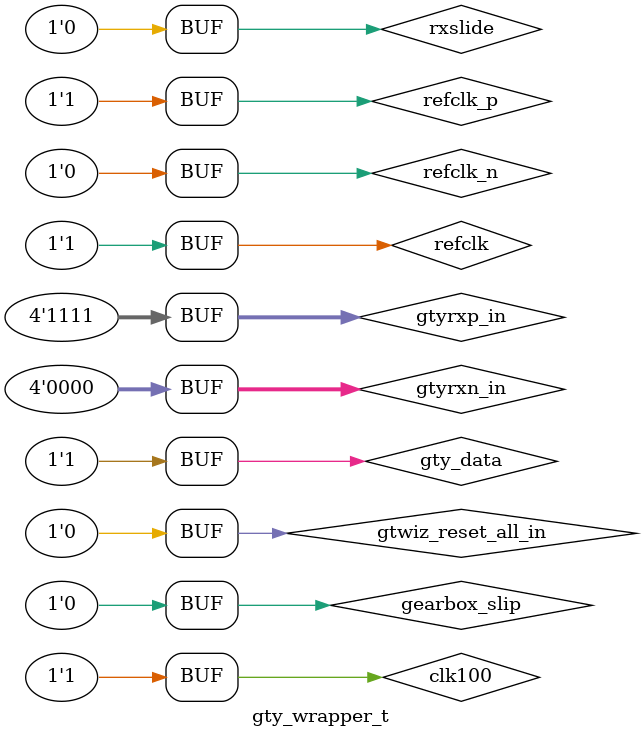
<source format=v>
`timescale 1ns / 1ps


module gty_wrapper_t;
reg refclk;
wire refclk_p = refclk;
wire refclk_n = !refclk;
reg clk100;
reg gtwiz_reset_all_in;
wire gty_data;
wire [3:0] gtyrxp_in = {gty_data, gty_data, gty_data, gty_data};
wire [3:0] gtyrxn_in = {!gty_data, !gty_data, !gty_data, !gty_data};
reg gearbox_slip;
reg rxslide;

//Make the data lines toggle at refclk freq
assign gty_data = refclk;
 gty_wrapper_0 UUT(
    .refclk_p(refclk_p),
    .refclk_n(refclk_n),
    .clk100(clk100),
    .gtwiz_reset_all_in(gtwiz_reset_all_in),
    .chan_sel(2'b00),
    .gtyrxp_in(gtyrxp_in),
    .gtyrxn_in(gtyrxn_in),
    .rx_polarity(4'h0),
    .gearbox_slip({4{gearbox_slip}}),
    .rxslide({4{rxslide}}),
    .gtyrx_dout0(),
    .gtyrx_dout1(),
    .gtyrx_dout2(),
    .gtyrx_dout3(),
    .rxprbserr(),
    .rxprbslocked(),
    .rx_dav(),
    .gt_powergood(), 
    .rx_pmareset_done(),
    .gtwiz_reset_rx_done(),
    .gtwiz_reset_rx_cdr_stable_out(),
    .gtwiz_userclk_rx_active_out(),
    .clkout()
        );
        
  
   always begin
      refclk = 1'b0;
      #1.0 refclk = 1'b1;
      #1.0;
   end
   always begin
      clk100 = 1'b0;
      #5.0 clk100 = 1'b1;
      #5.0;
   end
initial begin
    gtwiz_reset_all_in = 0;
    //gty_data = 0;
    gearbox_slip = 0;
    rxslide = 0;
    #1000;
    gtwiz_reset_all_in = 1;
    #1000;
    gtwiz_reset_all_in = 0;
end

endmodule

</source>
